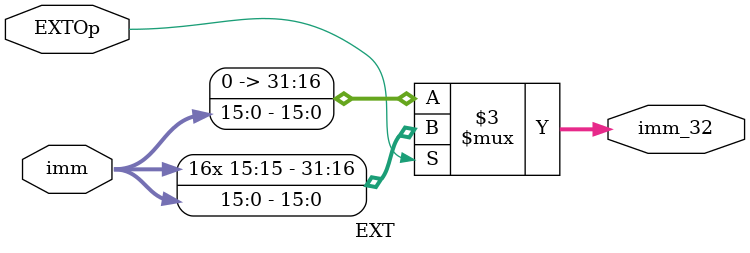
<source format=v>
`timescale 1ns / 1ps
module EXT(
input [15:0] imm,
input wire EXTOp,
output reg [31:0] imm_32
);
always@(*)begin
    if(EXTOp)begin
        imm_32 = {{16{imm[15]}},imm};
    end
    else begin
        imm_32 = {16'b0,imm};
    end
end
endmodule
</source>
